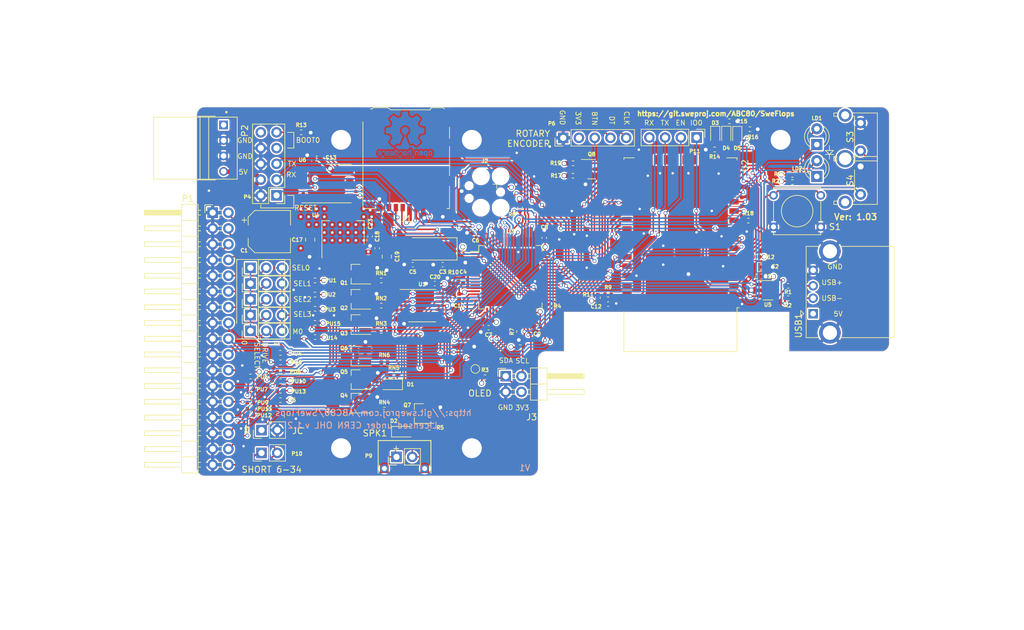
<source format=kicad_pcb>
(kicad_pcb (version 20221018) (generator pcbnew)

  (general
    (thickness 1.6)
  )

  (paper "A4")
  (title_block
    (title "SweFlops")
    (date "2023-09-24")
    (rev "1.03")
    (company "SweProj")
    (comment 1 "Licensed under CERN OHL v.1.2")
  )

  (layers
    (0 "F.Cu" signal)
    (1 "In1.Cu" signal)
    (2 "In2.Cu" signal)
    (31 "B.Cu" signal)
    (34 "B.Paste" user)
    (35 "F.Paste" user)
    (36 "B.SilkS" user "B.Silkscreen")
    (37 "F.SilkS" user "F.Silkscreen")
    (38 "B.Mask" user)
    (39 "F.Mask" user)
    (44 "Edge.Cuts" user)
    (45 "Margin" user)
    (46 "B.CrtYd" user "B.Courtyard")
    (47 "F.CrtYd" user "F.Courtyard")
    (49 "F.Fab" user)
  )

  (setup
    (stackup
      (layer "F.SilkS" (type "Top Silk Screen"))
      (layer "F.Paste" (type "Top Solder Paste"))
      (layer "F.Mask" (type "Top Solder Mask") (thickness 0.01))
      (layer "F.Cu" (type "copper") (thickness 0.035))
      (layer "dielectric 1" (type "prepreg") (thickness 0.1) (material "FR4") (epsilon_r 4.5) (loss_tangent 0.02))
      (layer "In1.Cu" (type "copper") (thickness 0.035))
      (layer "dielectric 2" (type "core") (thickness 1.24) (material "FR4") (epsilon_r 4.5) (loss_tangent 0.02))
      (layer "In2.Cu" (type "copper") (thickness 0.035))
      (layer "dielectric 3" (type "prepreg") (thickness 0.1) (material "FR4") (epsilon_r 4.5) (loss_tangent 0.02))
      (layer "B.Cu" (type "copper") (thickness 0.035))
      (layer "B.Mask" (type "Bottom Solder Mask") (thickness 0.01))
      (layer "B.Paste" (type "Bottom Solder Paste"))
      (layer "B.SilkS" (type "Bottom Silk Screen"))
      (copper_finish "None")
      (dielectric_constraints no)
    )
    (pad_to_mask_clearance 0)
    (solder_mask_min_width 0.25)
    (pad_to_paste_clearance -0.000076)
    (aux_axis_origin 103.886 113.03)
    (pcbplotparams
      (layerselection 0x00010f0_ffffffff)
      (plot_on_all_layers_selection 0x0000000_00000000)
      (disableapertmacros false)
      (usegerberextensions false)
      (usegerberattributes false)
      (usegerberadvancedattributes false)
      (creategerberjobfile false)
      (dashed_line_dash_ratio 12.000000)
      (dashed_line_gap_ratio 3.000000)
      (svgprecision 4)
      (plotframeref false)
      (viasonmask false)
      (mode 1)
      (useauxorigin true)
      (hpglpennumber 1)
      (hpglpenspeed 20)
      (hpglpendiameter 15.000000)
      (dxfpolygonmode true)
      (dxfimperialunits true)
      (dxfusepcbnewfont true)
      (psnegative false)
      (psa4output false)
      (plotreference true)
      (plotvalue true)
      (plotinvisibletext false)
      (sketchpadsonfab false)
      (subtractmaskfromsilk false)
      (outputformat 1)
      (mirror false)
      (drillshape 0)
      (scaleselection 1)
      (outputdirectory "gerbers")
    )
  )

  (net 0 "")
  (net 1 "GND")
  (net 2 "Net-(U3-PD0)")
  (net 3 "/nrst")
  (net 4 "Net-(U3-PD1)")
  (net 5 "+3V3")
  (net 6 "+5V")
  (net 7 "Net-(D1-K)")
  (net 8 "Net-(D1-A)")
  (net 9 "/disp_clk")
  (net 10 "/disp_dio")
  (net 11 "/~{selx}")
  (net 12 "/~{dskchg}")
  (net 13 "/~{inuse}")
  (net 14 "/~{index}")
  (net 15 "/~{sel0}")
  (net 16 "/~{sel1}")
  (net 17 "/~{mtron}")
  (net 18 "/dir")
  (net 19 "/~{step}")
  (net 20 "/~{wdata}")
  (net 21 "/~{wgate}")
  (net 22 "/~{trk0}")
  (net 23 "/~{wprot}")
  (net 24 "/~{rdata}")
  (net 25 "/~{side}")
  (net 26 "/~{rdy}")
  (net 27 "/rx")
  (net 28 "/tx")
  (net 29 "/boot0")
  (net 30 "/ja")
  (net 31 "/jb")
  (net 32 "/jc")
  (net 33 "unconnected-(J1-DAT2-Pad1)")
  (net 34 "/usb+")
  (net 35 "/usb-")
  (net 36 "Net-(RN1-Pad2)")
  (net 37 "Net-(RN2-Pad2)")
  (net 38 "Net-(RN3-Pad2)")
  (net 39 "Net-(RN4-Pad2)")
  (net 40 "Net-(RN6-Pad2)")
  (net 41 "/~{index_3v3}")
  (net 42 "/~{trk0_3v3}")
  (net 43 "/~{wprot_3v3}")
  (net 44 "/~{rdy_3v3}")
  (net 45 "/~{rdata_3v3}")
  (net 46 "/~{dskchg_3v3}")
  (net 47 "unconnected-(J1-DAT1-Pad8)")
  (net 48 "/~{SD_DETECT}")
  (net 49 "Net-(LD1-A)")
  (net 50 "/~{sely}")
  (net 51 "Net-(LD2-A)")
  (net 52 "/enc_dt")
  (net 53 "/enc_clk")
  (net 54 "/~{sel3}")
  (net 55 "/~{sel2}")
  (net 56 "/spk-")
  (net 57 "/spk+")
  (net 58 "/usb+r")
  (net 59 "/usb-r")
  (net 60 "/boot1")
  (net 61 "unconnected-(P2-Pin_1-Pad1)")
  (net 62 "Net-(Q1-G)")
  (net 63 "Net-(Q2-G)")
  (net 64 "Net-(Q3-G)")
  (net 65 "Net-(Q4-G)")
  (net 66 "Net-(Q6-G)")
  (net 67 "Net-(Q7-B)")
  (net 68 "/bt_right")
  (net 69 "/bt_left")
  (net 70 "unconnected-(U3-PC0-Pad8)")
  (net 71 "unconnected-(U3-PC1-Pad9)")
  (net 72 "unconnected-(U3-PC2-Pad10)")
  (net 73 "unconnected-(U3-PC3-Pad11)")
  (net 74 "unconnected-(U3-PA4-Pad20)")
  (net 75 "unconnected-(U3-PA5-Pad21)")
  (net 76 "unconnected-(U3-PA6-Pad22)")
  (net 77 "/io2")
  (net 78 "/io1")
  (net 79 "/spi_cs")
  (net 80 "/spi_clk")
  (net 81 "/spi_do")
  (net 82 "/spi_di")
  (net 83 "/swdio")
  (net 84 "/swclk")
  (net 85 "unconnected-(U3-PD2-Pad54)")
  (net 86 "/SD_DETECT")
  (net 87 "/esp32_tx")
  (net 88 "unconnected-(J2-Pin_6-Pad6)")
  (net 89 "/esp32_rx")
  (net 90 "Net-(D3-K)")
  (net 91 "Net-(D3-A)")
  (net 92 "Net-(D4-K)")
  (net 93 "Net-(U2-IO07)")
  (net 94 "unconnected-(U2-IO13-Pad16)")
  (net 95 "unconnected-(U2-IO14-Pad17)")
  (net 96 "unconnected-(U2-IO15-Pad18)")
  (net 97 "unconnected-(U2-IO16-Pad19)")
  (net 98 "unconnected-(U2-IO17-Pad20)")
  (net 99 "unconnected-(U2-IO18-Pad21)")
  (net 100 "unconnected-(U2-USB_D--Pad22)")
  (net 101 "unconnected-(U2-USB_D+-Pad23)")
  (net 102 "unconnected-(U2-IO21-Pad24)")
  (net 103 "unconnected-(U2-IO26-Pad25)")
  (net 104 "unconnected-(U2-IO41-Pad35)")
  (net 105 "unconnected-(U2-IO42-Pad36)")
  (net 106 "unconnected-(U2-IO45-Pad39)")
  (net 107 "unconnected-(U2-IO46-Pad40)")
  (net 108 "Net-(USB1-D+)")
  (net 109 "Net-(USB1-D-)")
  (net 110 "Net-(C12-Pad1)")
  (net 111 "ESP32_EN")
  (net 112 "ESP32_IO0")
  (net 113 "Net-(D4-A)")
  (net 114 "Net-(D5-K)")
  (net 115 "Net-(D5-A)")
  (net 116 "Net-(U3-PC12)")
  (net 117 "unconnected-(U6-DAT2-Pad1)")
  (net 118 "unconnected-(U6-DAT1-Pad7)")
  (net 119 "/spi_cs2")

  (footprint "Capacitor_SMD:C_0402_1005Metric" (layer "F.Cu") (at 134.874 80.772 180))

  (footprint "Capacitor_SMD:C_0402_1005Metric" (layer "F.Cu") (at 136.652 83.312 -90))

  (footprint "Capacitor_SMD:C_0402_1005Metric" (layer "F.Cu") (at 130.048 80.772 180))

  (footprint "Capacitor_SMD:C_0402_1005Metric" (layer "F.Cu") (at 140.18 75.692 180))

  (footprint "Capacitor_SMD:C_0402_1005Metric" (layer "F.Cu") (at 142.268 90.932 180))

  (footprint "Capacitor_SMD:C_0402_1005Metric" (layer "F.Cu") (at 150.114 90.805 180))

  (footprint "Capacitor_SMD:C_0402_1005Metric" (layer "F.Cu") (at 137.541 85.979 -90))

  (footprint "Capacitor_SMD:C_0805_2012Metric" (layer "F.Cu") (at 113.5126 76.7334 -90))

  (footprint "Capacitor_SMD:C_0402_1005Metric" (layer "F.Cu") (at 123.1646 76.2254 -90))

  (footprint "Capacitor_SMD:C_0805_2012Metric" (layer "F.Cu") (at 125.86 79.47 -90))

  (footprint "Capacitor_SMD:C_0402_1005Metric" (layer "F.Cu") (at 133.604 83.82 180))

  (footprint "Capacitor_SMD:C_0402_1005Metric" (layer "F.Cu") (at 124.3076 78.1304 90))

  (footprint "LED_THT:LED_D3.0mm" (layer "F.Cu") (at 195.199 61.402 90))

  (footprint "SweFlops:PinHeader_2x17_P2.54mm_Horizontal" (layer "F.Cu") (at 97.79 72.39))

  (footprint "Resistor_SMD:R_0402_1005Metric" (layer "F.Cu") (at 114.298 83.312 180))

  (footprint "Resistor_SMD:R_0402_1005Metric" (layer "F.Cu") (at 114.298 85.598 180))

  (footprint "Resistor_SMD:R_0402_1005Metric" (layer "F.Cu") (at 114.298 87.884 180))

  (footprint "Resistor_SMD:R_0402_1005Metric" (layer "F.Cu") (at 108.712 94.996 180))

  (footprint "Resistor_SMD:R_0402_1005Metric" (layer "F.Cu") (at 103.888 98.806 180))

  (footprint "Resistor_SMD:R_0402_1005Metric" (layer "F.Cu") (at 108.714 96.52 180))

  (footprint "Resistor_SMD:R_0402_1005Metric" (layer "F.Cu") (at 103.886 100.838 180))

  (footprint "Resistor_SMD:R_0402_1005Metric" (layer "F.Cu") (at 108.71 98.044 180))

  (footprint "Resistor_SMD:R_0402_1005Metric" (layer "F.Cu") (at 103.886 102.997 180))

  (footprint "Resistor_SMD:R_0402_1005Metric" (layer "F.Cu") (at 108.712 99.568 180))

  (footprint "Resistor_SMD:R_0402_1005Metric" (layer "F.Cu") (at 103.886 104.013 180))

  (footprint "Resistor_SMD:R_0402_1005Metric" (layer "F.Cu") (at 103.886 105.029 180))

  (footprint "Resistor_SMD:R_0402_1005Metric" (layer "F.Cu") (at 108.712 101.092 180))

  (footprint "Resistor_SMD:R_0402_1005Metric" (layer "F.Cu") (at 190.5635 84.183 180))

  (footprint "Resistor_SMD:R_0402_1005Metric" (layer "F.Cu") (at 190.5635 86.183 180))

  (footprint "Resistor_SMD:R_0402_1005Metric" (layer "F.Cu") (at 138.176 83.314 90))

  (footprint "Resistor_SMD:R_0402_1005Metric" (layer "F.Cu") (at 191.262 66.294 180))

  (footprint "Resistor_SMD:R_0402_1005Metric" (layer "F.Cu") (at 124.968 83.312))

  (footprint "Resistor_SMD:R_0402_1005Metric" (layer "F.Cu") (at 124.968 87.376))

  (footprint "Resistor_SMD:R_0402_1005Metric" (layer "F.Cu") (at 124.968 91.44))

  (footprint "Resistor_SMD:R_0402_1005Metric" (layer "F.Cu") (at 125.476 104.14))

  (footprint "Resistor_SMD:R_0402_1005Metric" (layer "F.Cu") (at 127 98.552))

  (footprint "Resistor_SMD:R_0402_1005Metric" (layer "F.Cu") (at 125.476 96.52))

  (footprint "Package_SO:TSSOP-14_4.4x5mm_P0.65mm" (layer "F.Cu") (at 131.572 87.376))

  (footprint "Package_TO_SOT_SMD:SOT-223-3_TabPin2" (layer "F.Cu") (at 118.80722 75.5904 90))

  (footprint "Crystal:Crystal_SMD_5032-2Pin_5.0x3.2mm_HandSoldering" (layer "F.Cu") (at 132.648 78.232 180))

  (footprint "Capacitor_SMD:CP_Elec_6.3x5.4" (layer "F.Cu")
    (tstamp 00000000-0000-0000-0000-00005d39a76f)
    (at 106.928 75.438)
    (descr "SMD capacitor, aluminum electrolytic, Panasonic C55, 6.3x5.4mm")
    (tags "capacitor electrolytic")
    (property "LCSC" "C336353")
    (property "Sheetfile" "SweFlops.kicad_sch")
    (property "Sheetname" "")
    (property "ki_description" "Polarized capacitor")
    (property "ki_keywords" "cap capacitor")
    (path "/00000000-0000-0000-0000-00005ee6c285")
    (attr smd)
    (fp_text reference "C1" (at -4.058 3.048) (layer "F.SilkS")
        (effects (font (size 0.6 0.6) (thickness 0.15)))
      (tstamp 828c94d6-d884-4a71-b2f6-e19720cf55a0)
    )
    (fp_text value "100u" (at 0 4.35) (layer "F.Fab")
        (effects (font (size 1 1) (thickness 0.15)))
      (tstamp 023a775d-0ff0-49ec-b3a5-c43f3841d604)
    )
    (fp_text user "${REFERENCE}" (at 0 0) (layer "F.Fab")
        (effects (font (size 1 1) (thickness 0.15)))
      (tstamp 80d94833-5282-4f96-a7f4-dd082b4e1c97)
    )
    (fp_line (start -4.4375 -1.8475) (end -3.65 -1.8475)
      (stroke (width 0.12) (type solid)) (layer "F.SilkS") (tstamp 3d355908-ce06-427b-9c43-3f3f028c1e7b))
    (fp_line (start -4.04375 -2.24125) (end -4.04375 -1.45375)
      (stroke (width 0.12) (type solid)) (layer "F.SilkS") (tstamp 34319b41-21fe-4a6a-b702-b8f9d6e76aab))
    (fp_line (start -3.41 -2.345563) (end -3.41 -1.06)
      (stroke (width 0.12) (type solid)) (layer "F.SilkS") (tstamp 5c06b002-cd64-4d46-b78c-1463b4e8d48f))
    (fp_line (start -3.41 -2.345563) (end -2.345563 -3.41)
      (stroke (width 0.12) (type solid)) (layer "F.SilkS") (tstamp 679eb479-4fc4-4bda-9d48-b3f8be871ec2))
    (fp_line (start -3.41 2.345563) (end -3.41 1.06)
      (stroke (width 0.12) (type solid)) (layer "F.SilkS") (tstamp 337d1d91-2a47-4dae-a081-07f07b74f8eb))
    (fp_line (start -3.41 2.345563) (end -2.345563 3.41)
      (stroke (width 0.12) (type solid)) (layer "F.SilkS") (tstamp b8e3473e-931a-4bb6-a230-e3121130d62c))
    (fp_line (start -2.345563 -3.41) (end 3.41 -3.41)
      (stroke (width 0.12) (type solid)) (layer "F.SilkS") (tstamp 63555ee9-7a22-4788-aafa-c1819556be0b))
    (fp_line (start -2.345563 3.41) (end 3.41 3.41)
      (stroke (width 0.12) (type solid)) (layer "F.SilkS") (tstamp aff93e0f-e792-4a4a-80bb-4bb6c9fcd4aa))
    (fp_line (start 3.41 -3.41) (end 3.41 -1.06)
      (stroke (width 0.12) (type solid)) (layer "F.SilkS") (tstamp 2947e6e0-1a94-4112-bab6-1aed1e51b692))
    (fp_line (start 3.41 3.41) (end 3.41 1.06)
      (stroke (width 0.12) (type solid)) (layer "F.SilkS") (tstamp 5fdf1d82-fb7e-499c-979d-7bdc8eeec9f5))
    (fp_line (start -4.8 -1.05) (end -4.8 1.05)
      (stroke (width 0.05) (type solid)) (layer "F.CrtYd") (tstamp b2cfa6e7-b520-4df8-b838-c3ab7dc33ad5))
    (fp_line (start -4.8 1.05) (end -3.55 1.05)
      (stroke (width 0.05) (type solid)) (layer "F.CrtYd") (tstamp b75c567f-045a-4aec-ab99-e82d62f55a0b))
    (fp_line (start -3.55 -2.4) (end -3.55 -1.05)
      (stroke (width 0.05) (type solid)) (layer "F.CrtYd") (tstamp 27867571-c7b7-40e8-b1db-fc7e06ca1741))
    (fp_line (start -3.55 -2.4) (end -2.4 -3.55)
      (stroke (width 0.05) (type solid)) (layer "F.CrtYd") (tstamp bf47da5a-f7fe-4f2e-affc-2ef62780e977))
    (fp_line (start -3.55 -1.05) (end -4.8 -1.05)
      (stroke (width 0.05) (type solid)) (layer "F.CrtYd") (tstamp 8eb4cfe5-2c5c-4b95-8928-26570f011f83))
    (fp_line (start -3.55 1.05) (end -3.55 2.4)
      (stroke (width 0.05) (type solid)) (layer "F.CrtYd") (tstamp 63ad1dce-1606-48cf-af21-fc34fb653f42))
    (fp_line (start -3.55 2.4) (end -2.4 3.55)
      (stroke (width 0.05) (type solid)) (layer "F.CrtYd") (tstamp f9b838b3-e102-4be1-9964-9e73410c9c43))
    (fp_line (start -2.4 -3.55) (end 3.55 -3.55)
      (stroke (width 0.05) (type solid)) (layer "F.CrtYd") (tstamp 524db334-c4bd-46ae-ae94-691f1c54ab4a))
    (fp_line (start -2.4 3.55) (end 3.55 3.55)
      (stroke (width 0.05) (type solid)) (layer "F.CrtYd") (tstamp a8d76bf6-d185-44e6-b00d-76bc56e927ca))
    (fp_line (start 3.55 -3.55) (end 3.55 -1.05)
      (stroke (width 0.05) (type solid)) (layer "F.CrtYd") (tstamp 4f79ddb3-6f55-40cf-b694-3d66e4a1356b))
    (fp_line (start 3.55 -1.05) (end 4.8 -1.05)
      (stroke (width 0.05) (type solid)) (layer "F.CrtYd") (tstamp 1d2cddfd-ad8d-4dbb-b98b-b1a14d12c73f))
    (fp_line (start 3.55 1.05) (end 3.55 3.55)
      (stroke (width 0.05) (type solid)) (layer "F.CrtYd") (tstamp 2f022fad-e3f2-4f50-8734-325fadde5a49))
    (fp_line (start 4.8 -1.05) (end 4.8 1.05)
      (stroke (width 0.05) (type solid)) (layer "F.CrtYd") (tstamp 4d9fd30a-8bee-4091-a570-0a3c4819b8f7))
    (fp_line (start 4.8 1.05) (end 3.55 1.05)
      (stroke (width 0.05) (type solid)) (layer "F.CrtYd") (tstamp 540f1833-28be-488f-ba40-f88444f61631))
    (fp_line (start -3.3 -2.3) (end -3.3 2.3)
      (stroke (width 0.1) (type solid)) (layer "F.Fab") (tstamp d13fb7c6-dd42-4592-a178-850169dbc475))
    (fp_line (start -3.3 -2.3) (end -2.3 -3.3)
      (stroke (width 0.1) (type solid)) (layer "F.Fab") (tstamp e9df0025-92d9-4ed7-959c-1fc1f6d02cd1))
    (fp_line (start -3.3 2.3) (end -2.3 3.3)
      (stroke (width 0.1) (type solid)) (layer "F.Fab") (tstamp 33001185-8342-4332-915a-b
... [3257238 chars truncated]
</source>
